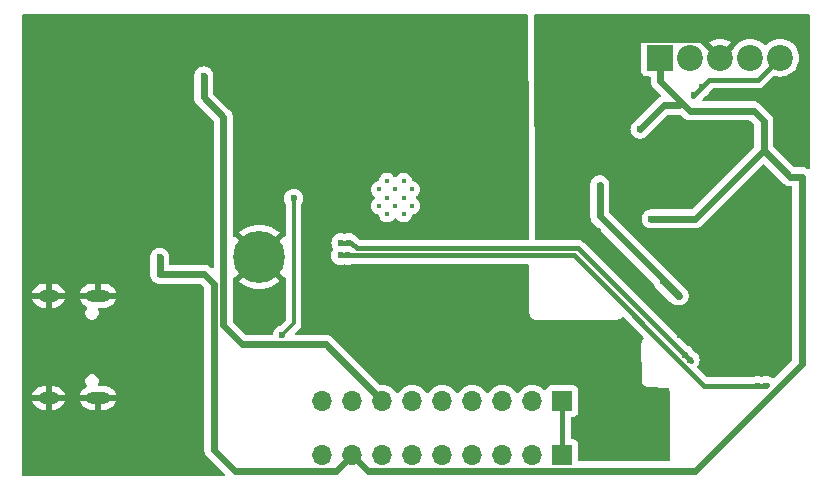
<source format=gbr>
%TF.GenerationSoftware,KiCad,Pcbnew,8.0.5*%
%TF.CreationDate,2024-09-28T10:08:31+02:00*%
%TF.ProjectId,Master,4d617374-6572-42e6-9b69-6361645f7063,rev?*%
%TF.SameCoordinates,Original*%
%TF.FileFunction,Copper,L2,Bot*%
%TF.FilePolarity,Positive*%
%FSLAX46Y46*%
G04 Gerber Fmt 4.6, Leading zero omitted, Abs format (unit mm)*
G04 Created by KiCad (PCBNEW 8.0.5) date 2024-09-28 10:08:31*
%MOMM*%
%LPD*%
G01*
G04 APERTURE LIST*
%TA.AperFunction,ComponentPad*%
%ADD10O,2.100000X1.000000*%
%TD*%
%TA.AperFunction,ComponentPad*%
%ADD11O,1.800000X1.000000*%
%TD*%
%TA.AperFunction,ComponentPad*%
%ADD12C,0.700000*%
%TD*%
%TA.AperFunction,ComponentPad*%
%ADD13C,4.400000*%
%TD*%
%TA.AperFunction,ComponentPad*%
%ADD14R,1.700000X1.700000*%
%TD*%
%TA.AperFunction,ComponentPad*%
%ADD15O,1.700000X1.700000*%
%TD*%
%TA.AperFunction,ComponentPad*%
%ADD16C,0.400000*%
%TD*%
%TA.AperFunction,ComponentPad*%
%ADD17R,2.200000X2.200000*%
%TD*%
%TA.AperFunction,ComponentPad*%
%ADD18C,2.200000*%
%TD*%
%TA.AperFunction,ViaPad*%
%ADD19C,0.600000*%
%TD*%
%TA.AperFunction,Conductor*%
%ADD20C,0.600000*%
%TD*%
%TA.AperFunction,Conductor*%
%ADD21C,0.400000*%
%TD*%
%TA.AperFunction,Conductor*%
%ADD22C,0.300000*%
%TD*%
G04 APERTURE END LIST*
D10*
%TO.P,J1,S1,SHIELD*%
%TO.N,GND*%
X42007000Y-52374000D03*
D11*
X37827000Y-52374000D03*
D10*
X42007000Y-61014000D03*
D11*
X37827000Y-61014000D03*
%TD*%
D12*
%TO.P,H1,1,1*%
%TO.N,GND*%
X57316000Y-49074000D03*
X56832726Y-50240726D03*
X56832726Y-47907274D03*
X55666000Y-50724000D03*
D13*
X55666000Y-49074000D03*
D12*
X55666000Y-47424000D03*
X54499274Y-50240726D03*
X54499274Y-47907274D03*
X54016000Y-49074000D03*
%TD*%
D14*
%TO.P,J5,1,Pin_1*%
%TO.N,I2C_SCK*%
X81320000Y-65838000D03*
D15*
%TO.P,J5,2,Pin_2*%
%TO.N,I2C_SDA*%
X78780000Y-65838000D03*
%TO.P,J5,3,Pin_3*%
%TO.N,SPI_MISO*%
X76240000Y-65838000D03*
%TO.P,J5,4,Pin_4*%
%TO.N,SPI_SCK*%
X73700000Y-65838000D03*
%TO.P,J5,5,Pin_5*%
%TO.N,SPI_MOSI*%
X71160000Y-65838000D03*
%TO.P,J5,6,Pin_6*%
%TO.N,ADC1*%
X68620000Y-65838000D03*
%TO.P,J5,7,Pin_7*%
%TO.N,ESP_3V3*%
X66080000Y-65838000D03*
%TO.P,J5,8,Pin_8*%
%TO.N,VCC_5V*%
X63540000Y-65838000D03*
%TO.P,J5,9,Pin_9*%
%TO.N,GND_CONN*%
X61000000Y-65838000D03*
%TD*%
D16*
%TO.P,U1,41_10*%
%TO.N,N/C*%
X66495000Y-42660000D03*
%TO.P,U1,41_11*%
X67895000Y-42660000D03*
%TO.P,U1,41_12*%
X65795000Y-43360000D03*
%TO.P,U1,41_13*%
X67195000Y-43360000D03*
%TO.P,U1,41_14*%
X68595000Y-43360000D03*
%TO.P,U1,41_15*%
X66495000Y-44060000D03*
%TO.P,U1,41_16*%
X67895000Y-44060000D03*
%TO.P,U1,41_17*%
X65795000Y-44760000D03*
%TO.P,U1,41_18*%
X67195000Y-44760000D03*
%TO.P,U1,41_19*%
X68595000Y-44760000D03*
%TO.P,U1,41_20*%
X66495000Y-45460000D03*
%TO.P,U1,41_21*%
X67895000Y-45460000D03*
%TD*%
D14*
%TO.P,J6,1,Pin_1*%
%TO.N,I2C_SCK*%
X81320000Y-61266000D03*
D15*
%TO.P,J6,2,Pin_2*%
%TO.N,I2C_SDA*%
X78780000Y-61266000D03*
%TO.P,J6,3,Pin_3*%
%TO.N,SPI_MISO*%
X76240000Y-61266000D03*
%TO.P,J6,4,Pin_4*%
%TO.N,SPI_SCK*%
X73700000Y-61266000D03*
%TO.P,J6,5,Pin_5*%
%TO.N,SPI_MOSI*%
X71160000Y-61266000D03*
%TO.P,J6,6,Pin_6*%
%TO.N,ADC2*%
X68620000Y-61266000D03*
%TO.P,J6,7,Pin_7*%
%TO.N,ESP_3V3*%
X66080000Y-61266000D03*
%TO.P,J6,8,Pin_8*%
%TO.N,VCC_5V*%
X63540000Y-61266000D03*
%TO.P,J6,9,Pin_9*%
%TO.N,GND_CONN*%
X61000000Y-61266000D03*
%TD*%
D17*
%TO.P,J2,1,Pin_1*%
%TO.N,VCC_5V*%
X89620000Y-32200000D03*
D18*
%TO.P,J2,2,Pin_2*%
%TO.N,ESP_3V3*%
X92160000Y-32200000D03*
%TO.P,J2,3,Pin_3*%
%TO.N,GND_OUT*%
X94700000Y-32200000D03*
%TO.P,J2,4,Pin_4*%
%TO.N,CAN+*%
X97240000Y-32200000D03*
%TO.P,J2,5,Pin_5*%
%TO.N,CAN-*%
X99780000Y-32200000D03*
%TD*%
D19*
%TO.N,VCC_5V*%
X87900000Y-38275000D03*
X47237500Y-50550000D03*
X92496000Y-45850000D03*
X47237500Y-49100000D03*
X88850000Y-45850000D03*
X98375000Y-40050000D03*
X47237500Y-49850000D03*
%TO.N,GND*%
X56936000Y-45772000D03*
X53888000Y-51741000D03*
X49207000Y-41282000D03*
X57190000Y-45137000D03*
X86475000Y-61200000D03*
X41650000Y-32225000D03*
X86500000Y-56375000D03*
X42375000Y-32225000D03*
X53888000Y-52630000D03*
X65925000Y-41550000D03*
X82300000Y-58350000D03*
X46467000Y-54434000D03*
X54523000Y-52122000D03*
X57571000Y-46026000D03*
X50472500Y-54062500D03*
X48275000Y-43150000D03*
X66625000Y-41575000D03*
X65150000Y-41550000D03*
X40850000Y-39875000D03*
X39050000Y-38300000D03*
X48275000Y-44025000D03*
X64750000Y-31700000D03*
X39900000Y-38300000D03*
X72075000Y-31925000D03*
%TO.N,ESP_3V3*%
X91226000Y-52376000D03*
X50950000Y-34850000D03*
X50975000Y-33750000D03*
X84495000Y-44121000D03*
X90591000Y-51741000D03*
X84495000Y-43105000D03*
X84481000Y-44883000D03*
X89829000Y-51106000D03*
%TO.N,RX_CAN*%
X97875000Y-59975000D03*
X62550000Y-48950000D03*
X98575000Y-59975000D03*
X63200000Y-48950000D03*
%TO.N,TX_CAN*%
X62575000Y-47875000D03*
X92150000Y-57825000D03*
X91700000Y-57375000D03*
X63225000Y-47875000D03*
%TO.N,GND_OUT*%
X91250000Y-55700000D03*
X81701000Y-45010000D03*
X91480000Y-48312000D03*
X88178000Y-35231000D03*
X87474416Y-35599439D03*
X88075000Y-44775000D03*
X101767000Y-40311000D03*
X82082000Y-45772000D03*
X87543000Y-34723000D03*
X101894000Y-38533000D03*
X96179000Y-35358000D03*
X84368000Y-46915000D03*
X97068000Y-35358000D03*
X92369000Y-48439000D03*
%TO.N,MOSFET_CONN*%
X58587000Y-44125000D03*
X57612500Y-55687500D03*
%TO.N,CAN-*%
X93131000Y-34723000D03*
X92496000Y-35358000D03*
%TD*%
D20*
%TO.N,VCC_5V*%
X91200000Y-36250000D02*
X89925000Y-36250000D01*
X51815548Y-65389866D02*
X53613682Y-67188000D01*
X51815548Y-51365548D02*
X51815548Y-65389866D01*
X97541764Y-36716764D02*
X98375000Y-37550000D01*
X64890000Y-67188000D02*
X92518371Y-67188000D01*
X100600000Y-42275000D02*
X98375000Y-40050000D01*
X63540000Y-65838000D02*
X64890000Y-67188000D01*
X89620000Y-32200000D02*
X89620000Y-34195000D01*
X93650000Y-36716764D02*
X97541764Y-36716764D01*
X92496000Y-45850000D02*
X88850000Y-45850000D01*
X98375000Y-40050000D02*
X92575000Y-45850000D01*
X47237500Y-49100000D02*
X47237500Y-50550000D01*
X91437500Y-36012500D02*
X91200000Y-36250000D01*
X63341000Y-61266000D02*
X63540000Y-61266000D01*
X92518371Y-67188000D02*
X101600000Y-58106371D01*
X62190000Y-67188000D02*
X63540000Y-65838000D01*
X92575000Y-45850000D02*
X92496000Y-45850000D01*
X53613682Y-67188000D02*
X62190000Y-67188000D01*
X89620000Y-34195000D02*
X91437500Y-36012500D01*
X101600000Y-42275000D02*
X100600000Y-42275000D01*
X89925000Y-36250000D02*
X87900000Y-38275000D01*
X101600000Y-58106371D02*
X101600000Y-42275000D01*
X91437500Y-36012500D02*
X92125000Y-36700000D01*
X92166413Y-36716764D02*
X93650000Y-36716764D01*
X47237500Y-50550000D02*
X51000000Y-50550000D01*
X51000000Y-50550000D02*
X51815548Y-51365548D01*
X98375000Y-37550000D02*
X98375000Y-40050000D01*
%TO.N,ESP_3V3*%
X54237500Y-56487500D02*
X61301500Y-56487500D01*
X52618000Y-37243000D02*
X52618000Y-54868000D01*
X50950000Y-34850000D02*
X50975000Y-34825000D01*
X50950000Y-34850000D02*
X50950000Y-35575000D01*
X50975000Y-33750000D02*
X50975000Y-34625000D01*
X90591000Y-51741000D02*
X84495000Y-45645000D01*
X84495000Y-44121000D02*
X84495000Y-43105000D01*
X50950000Y-35575000D02*
X52618000Y-37243000D01*
X84495000Y-43105000D02*
X84495000Y-42978000D01*
X61301500Y-56487500D02*
X66080000Y-61266000D01*
X50975000Y-34825000D02*
X50975000Y-33750000D01*
X89829000Y-51106000D02*
X91099000Y-52376000D01*
X91099000Y-52376000D02*
X91226000Y-52376000D01*
X91226000Y-52376000D02*
X90591000Y-51741000D01*
X84495000Y-45645000D02*
X84495000Y-44121000D01*
X52618000Y-54868000D02*
X54237500Y-56487500D01*
D21*
%TO.N,I2C_SCK*%
X81320000Y-61266000D02*
X81320000Y-65838000D01*
%TO.N,RX_CAN*%
X93300000Y-59975000D02*
X98600000Y-59975000D01*
X63200000Y-48950000D02*
X62550000Y-48950000D01*
X98600000Y-59975000D02*
X98650000Y-59925000D01*
X82275000Y-48950000D02*
X93300000Y-59975000D01*
X62550000Y-48950000D02*
X62500000Y-48950000D01*
X63475000Y-48950000D02*
X82275000Y-48950000D01*
X63475000Y-48950000D02*
X63200000Y-48950000D01*
%TO.N,TX_CAN*%
X82664950Y-48350000D02*
X63900000Y-48350000D01*
X62575000Y-47875000D02*
X62550000Y-47875000D01*
X63425000Y-47875000D02*
X63225000Y-47875000D01*
X63900000Y-48350000D02*
X63425000Y-47875000D01*
X92207475Y-57892525D02*
X82664950Y-48350000D01*
X63225000Y-47875000D02*
X62575000Y-47875000D01*
D20*
%TO.N,GND_OUT*%
X86400000Y-44756000D02*
X88056000Y-44756000D01*
X93100000Y-30600000D02*
X87850000Y-30600000D01*
X94700000Y-32200000D02*
X93100000Y-30600000D01*
X88056000Y-44756000D02*
X88075000Y-44775000D01*
X86225000Y-32225000D02*
X86225000Y-44581000D01*
X86225000Y-44581000D02*
X86400000Y-44756000D01*
X87850000Y-30600000D02*
X86225000Y-32225000D01*
D22*
%TO.N,MOSFET_CONN*%
X58587000Y-54713000D02*
X57612500Y-55687500D01*
X58587000Y-44125000D02*
X58587000Y-54713000D01*
X58587000Y-44125000D02*
X58562000Y-44100000D01*
D21*
%TO.N,CAN-*%
X92496000Y-35358000D02*
X92369000Y-35485000D01*
X99780000Y-32200000D02*
X97892000Y-34088000D01*
X93766000Y-34088000D02*
X93131000Y-34723000D01*
X97892000Y-34088000D02*
X93766000Y-34088000D01*
X93131000Y-34723000D02*
X92496000Y-35358000D01*
%TD*%
%TA.AperFunction,Conductor*%
%TO.N,GND_OUT*%
G36*
X102217539Y-28520185D02*
G01*
X102263294Y-28572989D01*
X102274500Y-28624500D01*
X102274500Y-41530945D01*
X102254815Y-41597984D01*
X102202011Y-41643739D01*
X102132853Y-41653683D01*
X102081609Y-41634047D01*
X101979185Y-41565609D01*
X101979172Y-41565602D01*
X101833501Y-41505264D01*
X101833489Y-41505261D01*
X101678845Y-41474500D01*
X101678842Y-41474500D01*
X100982940Y-41474500D01*
X100915901Y-41454815D01*
X100895259Y-41438181D01*
X99211819Y-39754741D01*
X99178334Y-39693418D01*
X99175500Y-39667060D01*
X99175500Y-37471157D01*
X99173262Y-37459908D01*
X99166549Y-37426158D01*
X99144738Y-37316503D01*
X99084394Y-37170821D01*
X99084392Y-37170818D01*
X99084390Y-37170814D01*
X98996789Y-37039711D01*
X98996786Y-37039707D01*
X98052056Y-36094977D01*
X98052052Y-36094974D01*
X97920949Y-36007373D01*
X97920936Y-36007366D01*
X97775265Y-35947028D01*
X97775253Y-35947025D01*
X97620609Y-35916264D01*
X97620606Y-35916264D01*
X93728842Y-35916264D01*
X93314989Y-35916264D01*
X93247950Y-35896579D01*
X93202195Y-35843775D01*
X93192251Y-35774617D01*
X93209996Y-35726291D01*
X93221788Y-35707524D01*
X93221789Y-35707521D01*
X93249540Y-35628212D01*
X93258007Y-35604013D01*
X93287365Y-35557290D01*
X93330290Y-35514365D01*
X93377013Y-35485007D01*
X93480522Y-35448789D01*
X93633262Y-35352816D01*
X93760816Y-35225262D01*
X93856789Y-35072522D01*
X93893006Y-34969016D01*
X93922368Y-34922288D01*
X94019840Y-34824818D01*
X94081163Y-34791334D01*
X94107520Y-34788500D01*
X97960996Y-34788500D01*
X98052040Y-34770389D01*
X98096328Y-34761580D01*
X98160069Y-34735177D01*
X98223807Y-34708777D01*
X98223808Y-34708776D01*
X98223811Y-34708775D01*
X98338543Y-34632114D01*
X99202445Y-33768210D01*
X99263766Y-33734727D01*
X99319069Y-33735318D01*
X99528852Y-33785683D01*
X99780000Y-33805449D01*
X100031148Y-33785683D01*
X100276111Y-33726873D01*
X100508859Y-33630466D01*
X100723659Y-33498836D01*
X100915224Y-33335224D01*
X101078836Y-33143659D01*
X101210466Y-32928859D01*
X101306873Y-32696111D01*
X101365683Y-32451148D01*
X101385449Y-32200000D01*
X101365683Y-31948852D01*
X101306873Y-31703889D01*
X101210466Y-31471141D01*
X101210466Y-31471140D01*
X101078839Y-31256346D01*
X101078838Y-31256343D01*
X100988755Y-31150870D01*
X100915224Y-31064776D01*
X100751206Y-30924691D01*
X100723656Y-30901161D01*
X100723653Y-30901160D01*
X100508859Y-30769533D01*
X100276110Y-30673126D01*
X100031151Y-30614317D01*
X99780000Y-30594551D01*
X99528848Y-30614317D01*
X99283889Y-30673126D01*
X99051140Y-30769533D01*
X98836346Y-30901160D01*
X98836343Y-30901161D01*
X98644776Y-31064776D01*
X98604290Y-31112179D01*
X98545783Y-31150372D01*
X98475915Y-31150870D01*
X98416869Y-31113516D01*
X98415710Y-31112179D01*
X98375224Y-31064776D01*
X98211206Y-30924691D01*
X98183656Y-30901161D01*
X98183653Y-30901160D01*
X97968859Y-30769533D01*
X97736110Y-30673126D01*
X97491151Y-30614317D01*
X97240000Y-30594551D01*
X96988848Y-30614317D01*
X96743889Y-30673126D01*
X96511140Y-30769533D01*
X96296346Y-30901160D01*
X96296343Y-30901161D01*
X96104776Y-31064776D01*
X95941166Y-31256338D01*
X95860126Y-31388581D01*
X95842080Y-31411471D01*
X95223787Y-32029763D01*
X95212518Y-31987708D01*
X95140110Y-31862292D01*
X95037708Y-31759890D01*
X94912292Y-31687482D01*
X94870234Y-31676212D01*
X95644179Y-30902266D01*
X95643362Y-30901568D01*
X95428631Y-30769980D01*
X95195956Y-30673603D01*
X94951072Y-30614812D01*
X94700000Y-30595052D01*
X94448927Y-30614812D01*
X94204043Y-30673603D01*
X93971368Y-30769980D01*
X93756637Y-30901567D01*
X93755819Y-30902266D01*
X94529765Y-31676212D01*
X94487708Y-31687482D01*
X94362292Y-31759890D01*
X94259890Y-31862292D01*
X94187482Y-31987708D01*
X94176212Y-32029765D01*
X93557919Y-31411472D01*
X93539876Y-31388586D01*
X93458836Y-31256341D01*
X93295224Y-31064776D01*
X93131206Y-30924691D01*
X93103656Y-30901161D01*
X93103653Y-30901160D01*
X92888859Y-30769533D01*
X92656110Y-30673126D01*
X92411151Y-30614317D01*
X92160000Y-30594551D01*
X91908848Y-30614317D01*
X91663889Y-30673126D01*
X91431140Y-30769533D01*
X91298983Y-30850520D01*
X91231537Y-30868765D01*
X91164935Y-30847649D01*
X91134927Y-30819104D01*
X91077547Y-30742455D01*
X91077544Y-30742452D01*
X90962335Y-30656206D01*
X90962328Y-30656202D01*
X90827482Y-30605908D01*
X90827483Y-30605908D01*
X90767883Y-30599501D01*
X90767881Y-30599500D01*
X90767873Y-30599500D01*
X90767864Y-30599500D01*
X88472129Y-30599500D01*
X88472123Y-30599501D01*
X88412516Y-30605908D01*
X88277671Y-30656202D01*
X88277664Y-30656206D01*
X88162455Y-30742452D01*
X88162452Y-30742455D01*
X88076206Y-30857664D01*
X88076202Y-30857671D01*
X88025908Y-30992517D01*
X88019501Y-31052116D01*
X88019500Y-31052135D01*
X88019500Y-33347870D01*
X88019501Y-33347876D01*
X88025908Y-33407483D01*
X88076202Y-33542328D01*
X88076206Y-33542335D01*
X88162452Y-33657544D01*
X88162455Y-33657547D01*
X88277664Y-33743793D01*
X88277671Y-33743797D01*
X88322618Y-33760561D01*
X88412517Y-33794091D01*
X88472127Y-33800500D01*
X88695500Y-33800499D01*
X88762539Y-33820183D01*
X88808294Y-33872987D01*
X88819500Y-33924499D01*
X88819500Y-34273846D01*
X88850261Y-34428489D01*
X88850264Y-34428501D01*
X88910602Y-34574172D01*
X88910609Y-34574185D01*
X88998210Y-34705288D01*
X88998213Y-34705292D01*
X89618036Y-35325114D01*
X89651521Y-35386437D01*
X89646537Y-35456128D01*
X89604666Y-35512062D01*
X89577809Y-35527356D01*
X89545820Y-35540606D01*
X89545814Y-35540609D01*
X89414712Y-35628209D01*
X89414710Y-35628212D01*
X87270186Y-37772735D01*
X87270180Y-37772742D01*
X87229092Y-37838132D01*
X87227204Y-37841047D01*
X87190604Y-37895824D01*
X87190600Y-37895832D01*
X87190266Y-37896639D01*
X87180713Y-37915127D01*
X87174212Y-37925474D01*
X87174210Y-37925477D01*
X87152982Y-37986140D01*
X87150504Y-37992631D01*
X87130264Y-38041496D01*
X87130263Y-38041502D01*
X87127550Y-38055140D01*
X87122975Y-38071898D01*
X87114634Y-38095735D01*
X87114632Y-38095742D01*
X87108890Y-38146696D01*
X87107288Y-38156994D01*
X87099500Y-38196152D01*
X87099500Y-38223085D01*
X87098720Y-38236969D01*
X87094435Y-38274998D01*
X87094435Y-38275001D01*
X87098720Y-38313029D01*
X87099500Y-38326914D01*
X87099500Y-38353844D01*
X87107288Y-38393003D01*
X87108890Y-38403303D01*
X87114632Y-38454252D01*
X87114633Y-38454260D01*
X87122976Y-38478104D01*
X87127550Y-38494860D01*
X87130262Y-38508496D01*
X87150509Y-38557377D01*
X87152988Y-38563872D01*
X87174212Y-38624524D01*
X87180709Y-38634865D01*
X87190268Y-38653365D01*
X87190603Y-38654173D01*
X87190605Y-38654179D01*
X87227223Y-38708982D01*
X87229114Y-38711900D01*
X87270180Y-38777257D01*
X87270182Y-38777260D01*
X87270184Y-38777262D01*
X87397738Y-38904816D01*
X87463096Y-38945883D01*
X87463131Y-38945905D01*
X87466040Y-38947790D01*
X87520821Y-38984394D01*
X87521606Y-38984719D01*
X87540134Y-38994289D01*
X87550478Y-39000789D01*
X87611175Y-39022028D01*
X87617607Y-39024484D01*
X87646021Y-39036253D01*
X87666497Y-39044735D01*
X87666498Y-39044735D01*
X87666503Y-39044737D01*
X87680139Y-39047449D01*
X87696898Y-39052023D01*
X87720745Y-39060368D01*
X87771714Y-39066110D01*
X87781992Y-39067709D01*
X87809140Y-39073109D01*
X87821157Y-39075500D01*
X87821158Y-39075500D01*
X87848085Y-39075500D01*
X87861969Y-39076280D01*
X87899998Y-39080565D01*
X87900000Y-39080565D01*
X87900002Y-39080565D01*
X87938031Y-39076280D01*
X87951915Y-39075500D01*
X87978841Y-39075500D01*
X87978842Y-39075500D01*
X88018017Y-39067707D01*
X88028283Y-39066110D01*
X88079255Y-39060368D01*
X88103100Y-39052023D01*
X88119862Y-39047448D01*
X88133497Y-39044737D01*
X88182389Y-39024484D01*
X88188837Y-39022023D01*
X88249522Y-39000789D01*
X88259868Y-38994287D01*
X88278390Y-38984720D01*
X88279179Y-38984394D01*
X88333987Y-38947771D01*
X88336825Y-38945931D01*
X88402262Y-38904816D01*
X88529816Y-38777262D01*
X90220259Y-37086819D01*
X90281582Y-37053334D01*
X90307940Y-37050500D01*
X91278839Y-37050500D01*
X91278842Y-37050500D01*
X91278844Y-37050499D01*
X91279265Y-37050458D01*
X91279486Y-37050500D01*
X91284934Y-37050500D01*
X91284934Y-37051533D01*
X91347911Y-37063476D01*
X91379102Y-37086180D01*
X91614707Y-37321786D01*
X91614711Y-37321789D01*
X91745814Y-37409390D01*
X91745823Y-37409395D01*
X91893734Y-37470661D01*
X91900642Y-37473132D01*
X91932916Y-37486501D01*
X92087566Y-37517263D01*
X92087569Y-37517264D01*
X92087571Y-37517264D01*
X93571158Y-37517264D01*
X97158824Y-37517264D01*
X97225863Y-37536949D01*
X97246505Y-37553583D01*
X97538181Y-37845259D01*
X97571666Y-37906582D01*
X97574500Y-37932940D01*
X97574500Y-39667060D01*
X97554815Y-39734099D01*
X97538181Y-39754741D01*
X92279741Y-45013181D01*
X92218418Y-45046666D01*
X92192060Y-45049500D01*
X88901915Y-45049500D01*
X88888031Y-45048720D01*
X88850002Y-45044435D01*
X88849998Y-45044435D01*
X88811969Y-45048720D01*
X88798085Y-45049500D01*
X88771152Y-45049500D01*
X88731994Y-45057288D01*
X88721696Y-45058890D01*
X88670742Y-45064632D01*
X88670735Y-45064634D01*
X88646898Y-45072975D01*
X88630140Y-45077550D01*
X88616502Y-45080263D01*
X88616496Y-45080264D01*
X88567631Y-45100504D01*
X88561140Y-45102982D01*
X88500477Y-45124210D01*
X88500474Y-45124212D01*
X88490127Y-45130713D01*
X88471639Y-45140266D01*
X88470832Y-45140600D01*
X88470824Y-45140604D01*
X88416047Y-45177204D01*
X88413132Y-45179092D01*
X88347742Y-45220180D01*
X88347735Y-45220186D01*
X88220186Y-45347735D01*
X88220180Y-45347742D01*
X88179092Y-45413132D01*
X88177204Y-45416047D01*
X88140604Y-45470824D01*
X88140600Y-45470832D01*
X88140266Y-45471639D01*
X88130713Y-45490127D01*
X88124212Y-45500474D01*
X88124210Y-45500477D01*
X88102982Y-45561140D01*
X88100504Y-45567631D01*
X88080264Y-45616496D01*
X88080263Y-45616502D01*
X88077550Y-45630140D01*
X88072975Y-45646898D01*
X88064634Y-45670735D01*
X88064632Y-45670742D01*
X88058890Y-45721696D01*
X88057288Y-45731994D01*
X88049500Y-45771152D01*
X88049500Y-45798085D01*
X88048720Y-45811969D01*
X88044435Y-45849998D01*
X88044435Y-45850001D01*
X88048720Y-45888029D01*
X88049500Y-45901914D01*
X88049500Y-45928844D01*
X88057288Y-45968003D01*
X88058890Y-45978303D01*
X88064632Y-46029252D01*
X88064633Y-46029260D01*
X88072976Y-46053104D01*
X88077550Y-46069860D01*
X88080262Y-46083496D01*
X88100509Y-46132377D01*
X88102988Y-46138872D01*
X88124212Y-46199524D01*
X88130709Y-46209865D01*
X88140268Y-46228365D01*
X88140603Y-46229173D01*
X88140605Y-46229179D01*
X88177223Y-46283982D01*
X88179114Y-46286900D01*
X88220180Y-46352257D01*
X88220182Y-46352260D01*
X88220184Y-46352262D01*
X88347738Y-46479816D01*
X88413131Y-46520905D01*
X88416040Y-46522790D01*
X88470821Y-46559394D01*
X88471606Y-46559719D01*
X88490134Y-46569289D01*
X88500478Y-46575789D01*
X88561175Y-46597028D01*
X88567607Y-46599484D01*
X88596021Y-46611253D01*
X88616497Y-46619735D01*
X88616498Y-46619735D01*
X88616503Y-46619737D01*
X88630139Y-46622449D01*
X88646898Y-46627023D01*
X88670745Y-46635368D01*
X88721714Y-46641110D01*
X88731992Y-46642709D01*
X88759140Y-46648109D01*
X88771157Y-46650500D01*
X88771158Y-46650500D01*
X88798085Y-46650500D01*
X88811969Y-46651280D01*
X88849998Y-46655565D01*
X88850000Y-46655565D01*
X88850002Y-46655565D01*
X88888031Y-46651280D01*
X88901915Y-46650500D01*
X92417158Y-46650500D01*
X92444085Y-46650500D01*
X92457969Y-46651280D01*
X92495998Y-46655565D01*
X92496000Y-46655565D01*
X92496002Y-46655565D01*
X92534031Y-46651280D01*
X92547915Y-46650500D01*
X92653844Y-46650500D01*
X92653845Y-46650499D01*
X92808497Y-46619737D01*
X92954179Y-46559394D01*
X93085289Y-46471789D01*
X98287319Y-41269759D01*
X98348642Y-41236274D01*
X98418334Y-41241258D01*
X98462681Y-41269759D01*
X99978211Y-42785289D01*
X100089711Y-42896789D01*
X100089712Y-42896790D01*
X100220814Y-42984390D01*
X100220827Y-42984397D01*
X100366498Y-43044735D01*
X100366503Y-43044737D01*
X100366507Y-43044737D01*
X100366508Y-43044738D01*
X100521154Y-43075500D01*
X100521157Y-43075500D01*
X100521158Y-43075500D01*
X100675500Y-43075500D01*
X100742539Y-43095185D01*
X100788294Y-43147989D01*
X100799500Y-43199500D01*
X100799500Y-57723430D01*
X100779815Y-57790469D01*
X100763181Y-57811111D01*
X99240096Y-59334195D01*
X99178773Y-59367680D01*
X99109081Y-59362696D01*
X99083559Y-59348250D01*
X99083158Y-59348889D01*
X98924523Y-59249211D01*
X98754254Y-59189631D01*
X98754249Y-59189630D01*
X98575004Y-59169435D01*
X98574996Y-59169435D01*
X98395750Y-59189630D01*
X98395742Y-59189632D01*
X98265954Y-59235047D01*
X98196175Y-59238608D01*
X98184046Y-59235047D01*
X98054257Y-59189632D01*
X98054249Y-59189630D01*
X97875004Y-59169435D01*
X97874996Y-59169435D01*
X97695750Y-59189630D01*
X97695745Y-59189631D01*
X97525474Y-59249212D01*
X97515477Y-59255494D01*
X97449506Y-59274500D01*
X93641519Y-59274500D01*
X93574480Y-59254815D01*
X93553838Y-59238181D01*
X92796914Y-58481257D01*
X92763429Y-58419934D01*
X92768413Y-58350242D01*
X92779601Y-58327604D01*
X92875788Y-58174523D01*
X92875789Y-58174522D01*
X92935368Y-58004255D01*
X92955565Y-57825000D01*
X92954000Y-57811111D01*
X92935369Y-57645750D01*
X92935368Y-57645745D01*
X92875788Y-57475476D01*
X92779815Y-57322737D01*
X92652262Y-57195184D01*
X92499524Y-57099212D01*
X92493254Y-57096193D01*
X92494012Y-57094618D01*
X92444491Y-57059101D01*
X92429402Y-57031465D01*
X92428810Y-57031751D01*
X92425789Y-57025477D01*
X92365484Y-56929504D01*
X92329816Y-56872738D01*
X92202262Y-56745184D01*
X92049522Y-56649211D01*
X92049520Y-56649210D01*
X91930555Y-56607582D01*
X91883829Y-56578222D01*
X83111496Y-47805888D01*
X83111495Y-47805887D01*
X82996757Y-47729222D01*
X82869282Y-47676421D01*
X82869272Y-47676418D01*
X82733946Y-47649500D01*
X82733944Y-47649500D01*
X82733943Y-47649500D01*
X79133706Y-47649500D01*
X79066667Y-47629815D01*
X79020912Y-47577011D01*
X79009707Y-47525973D01*
X79006373Y-46651280D01*
X78999634Y-44882997D01*
X83675435Y-44882997D01*
X83675435Y-44883002D01*
X83693720Y-45045284D01*
X83694500Y-45059168D01*
X83694500Y-45723846D01*
X83725261Y-45878489D01*
X83725264Y-45878501D01*
X83785602Y-46024172D01*
X83785609Y-46024185D01*
X83873210Y-46155288D01*
X83873213Y-46155292D01*
X89043124Y-51325202D01*
X89070003Y-51365428D01*
X89079510Y-51388381D01*
X89081985Y-51394863D01*
X89103212Y-51455524D01*
X89109709Y-51465865D01*
X89119268Y-51484365D01*
X89119603Y-51485173D01*
X89119605Y-51485179D01*
X89156223Y-51539982D01*
X89158114Y-51542900D01*
X89199180Y-51608257D01*
X89199182Y-51608260D01*
X89199184Y-51608262D01*
X89207211Y-51616289D01*
X90477211Y-52886289D01*
X90588711Y-52997789D01*
X90588712Y-52997790D01*
X90719814Y-53085390D01*
X90719827Y-53085397D01*
X90865496Y-53145734D01*
X90865503Y-53145737D01*
X90865507Y-53145737D01*
X90865508Y-53145738D01*
X91020154Y-53176500D01*
X91020157Y-53176500D01*
X91020158Y-53176500D01*
X91147158Y-53176500D01*
X91174085Y-53176500D01*
X91187969Y-53177280D01*
X91225998Y-53181565D01*
X91226000Y-53181565D01*
X91226002Y-53181565D01*
X91264031Y-53177280D01*
X91277915Y-53176500D01*
X91304845Y-53176500D01*
X91317003Y-53174080D01*
X91344009Y-53168708D01*
X91354285Y-53167110D01*
X91405255Y-53161368D01*
X91429100Y-53153023D01*
X91445848Y-53148452D01*
X91459498Y-53145738D01*
X91508387Y-53125487D01*
X91514872Y-53123010D01*
X91575522Y-53101789D01*
X91585852Y-53095297D01*
X91604389Y-53085721D01*
X91605179Y-53085394D01*
X91659997Y-53048764D01*
X91662859Y-53046910D01*
X91728260Y-53005817D01*
X91728262Y-53005816D01*
X91728266Y-53005812D01*
X91736288Y-52997789D01*
X91736290Y-52997789D01*
X91847789Y-52886290D01*
X91847789Y-52886289D01*
X91854857Y-52879222D01*
X91854861Y-52879216D01*
X91855816Y-52878262D01*
X91896919Y-52812843D01*
X91898764Y-52809997D01*
X91935394Y-52755179D01*
X91935721Y-52754387D01*
X91945298Y-52735851D01*
X91951788Y-52725523D01*
X91951789Y-52725522D01*
X91973010Y-52664872D01*
X91975487Y-52658387D01*
X91995734Y-52609507D01*
X91995738Y-52609498D01*
X91998452Y-52595848D01*
X92003023Y-52579100D01*
X92011368Y-52555255D01*
X92017110Y-52504285D01*
X92018708Y-52494009D01*
X92026500Y-52454843D01*
X92026500Y-52427914D01*
X92027280Y-52414029D01*
X92031565Y-52376001D01*
X92031565Y-52375998D01*
X92027280Y-52337969D01*
X92026500Y-52324085D01*
X92026500Y-52297154D01*
X92018712Y-52258010D01*
X92017109Y-52247711D01*
X92011368Y-52196745D01*
X92003026Y-52172907D01*
X91998451Y-52156142D01*
X91995740Y-52142512D01*
X91995739Y-52142510D01*
X91995738Y-52142503D01*
X91975486Y-52093611D01*
X91973006Y-52087114D01*
X91951789Y-52026479D01*
X91951789Y-52026478D01*
X91945289Y-52016134D01*
X91935719Y-51997606D01*
X91935394Y-51996821D01*
X91898790Y-51942040D01*
X91896905Y-51939131D01*
X91855815Y-51873737D01*
X85331819Y-45349741D01*
X85298334Y-45288418D01*
X85295500Y-45262060D01*
X85295500Y-44172914D01*
X85296280Y-44159029D01*
X85300565Y-44121001D01*
X85300565Y-44120998D01*
X85296280Y-44082969D01*
X85295500Y-44069085D01*
X85295500Y-43156914D01*
X85296280Y-43143029D01*
X85300565Y-43105001D01*
X85300565Y-43104998D01*
X85296280Y-43066969D01*
X85295500Y-43053085D01*
X85295500Y-42899155D01*
X85295499Y-42899153D01*
X85264738Y-42744510D01*
X85264737Y-42744503D01*
X85264735Y-42744498D01*
X85204397Y-42598827D01*
X85204390Y-42598814D01*
X85116789Y-42467711D01*
X85116786Y-42467707D01*
X85005292Y-42356213D01*
X85005288Y-42356210D01*
X84874185Y-42268609D01*
X84874172Y-42268602D01*
X84728501Y-42208264D01*
X84728489Y-42208261D01*
X84573845Y-42177500D01*
X84573842Y-42177500D01*
X84416158Y-42177500D01*
X84416155Y-42177500D01*
X84261510Y-42208261D01*
X84261498Y-42208264D01*
X84115827Y-42268602D01*
X84115814Y-42268609D01*
X83984711Y-42356210D01*
X83984707Y-42356213D01*
X83873213Y-42467707D01*
X83873210Y-42467711D01*
X83785609Y-42598814D01*
X83785602Y-42598827D01*
X83725264Y-42744498D01*
X83725261Y-42744510D01*
X83694500Y-42899153D01*
X83694500Y-43053085D01*
X83693720Y-43066969D01*
X83689435Y-43104998D01*
X83689435Y-43105001D01*
X83693720Y-43143029D01*
X83694500Y-43156914D01*
X83694500Y-44069085D01*
X83693720Y-44082969D01*
X83689435Y-44120998D01*
X83689435Y-44121001D01*
X83693720Y-44159029D01*
X83694500Y-44172914D01*
X83694500Y-44706830D01*
X83693720Y-44720714D01*
X83675435Y-44882997D01*
X78999634Y-44882997D01*
X78947151Y-31112179D01*
X78937672Y-28624973D01*
X78957101Y-28557859D01*
X79009730Y-28511903D01*
X79061671Y-28500500D01*
X102150500Y-28500500D01*
X102217539Y-28520185D01*
G37*
%TD.AperFunction*%
%TD*%
%TA.AperFunction,Conductor*%
%TO.N,GND*%
G36*
X78375205Y-28520185D02*
G01*
X78420960Y-28572989D01*
X78432165Y-28624027D01*
X78441654Y-31113842D01*
X78441654Y-31113869D01*
X78464634Y-37143338D01*
X78494131Y-44882997D01*
X78494138Y-44884924D01*
X78494912Y-45087930D01*
X78500876Y-46652943D01*
X78500876Y-46652970D01*
X78504200Y-47525027D01*
X78484771Y-47592141D01*
X78432142Y-47638097D01*
X78380201Y-47649500D01*
X64241518Y-47649500D01*
X64174479Y-47629815D01*
X64153841Y-47613185D01*
X63871543Y-47330886D01*
X63756811Y-47254225D01*
X63721987Y-47239800D01*
X63703470Y-47230234D01*
X63574523Y-47149211D01*
X63404254Y-47089631D01*
X63404249Y-47089630D01*
X63225004Y-47069435D01*
X63224996Y-47069435D01*
X63045747Y-47089631D01*
X62940954Y-47126299D01*
X62871175Y-47129860D01*
X62859046Y-47126299D01*
X62754252Y-47089631D01*
X62575004Y-47069435D01*
X62574996Y-47069435D01*
X62395750Y-47089630D01*
X62395745Y-47089631D01*
X62225476Y-47149211D01*
X62072737Y-47245184D01*
X61945184Y-47372737D01*
X61849211Y-47525476D01*
X61789631Y-47695745D01*
X61789630Y-47695750D01*
X61769435Y-47874996D01*
X61769435Y-47875003D01*
X61789630Y-48054249D01*
X61789631Y-48054254D01*
X61849211Y-48224523D01*
X61913372Y-48326634D01*
X61932372Y-48393871D01*
X61913372Y-48458578D01*
X61824211Y-48600476D01*
X61764631Y-48770745D01*
X61764630Y-48770750D01*
X61744435Y-48949996D01*
X61744435Y-48950003D01*
X61764630Y-49129249D01*
X61764631Y-49129254D01*
X61824211Y-49299523D01*
X61904658Y-49427553D01*
X61920184Y-49452262D01*
X62047738Y-49579816D01*
X62120444Y-49625500D01*
X62200474Y-49675787D01*
X62200478Y-49675789D01*
X62370745Y-49735368D01*
X62370750Y-49735369D01*
X62549996Y-49755565D01*
X62550000Y-49755565D01*
X62550004Y-49755565D01*
X62729249Y-49735369D01*
X62729250Y-49735368D01*
X62729255Y-49735368D01*
X62834048Y-49698698D01*
X62903823Y-49695136D01*
X62915932Y-49698692D01*
X63020745Y-49735368D01*
X63020749Y-49735368D01*
X63020751Y-49735369D01*
X63020748Y-49735369D01*
X63199996Y-49755565D01*
X63200000Y-49755565D01*
X63200004Y-49755565D01*
X63379249Y-49735369D01*
X63379252Y-49735368D01*
X63379255Y-49735368D01*
X63549522Y-49675789D01*
X63550488Y-49675181D01*
X63559523Y-49669506D01*
X63625494Y-49650500D01*
X78388772Y-49650500D01*
X78455811Y-49670185D01*
X78501566Y-49722989D01*
X78512771Y-49774027D01*
X78528031Y-53778079D01*
X78528031Y-53778082D01*
X78536361Y-53853066D01*
X78539931Y-53885206D01*
X78551273Y-53936540D01*
X78551274Y-53936543D01*
X78585609Y-54038695D01*
X78663716Y-54159526D01*
X78709608Y-54212205D01*
X78709612Y-54212209D01*
X78709614Y-54212211D01*
X78818596Y-54306139D01*
X78949632Y-54365563D01*
X79016723Y-54385070D01*
X79016728Y-54385071D01*
X79159197Y-54405169D01*
X85918376Y-54387222D01*
X85923805Y-54387114D01*
X85935733Y-54386877D01*
X85935741Y-54386876D01*
X85935776Y-54386876D01*
X85944293Y-54386560D01*
X85961614Y-54385620D01*
X86102206Y-54355036D01*
X86167670Y-54330619D01*
X86293945Y-54261668D01*
X86357300Y-54198313D01*
X86418623Y-54164831D01*
X86488314Y-54169817D01*
X86532660Y-54198317D01*
X88180889Y-55846546D01*
X88214374Y-55907869D01*
X88209390Y-55977561D01*
X88181236Y-56019098D01*
X88182471Y-56020287D01*
X88179400Y-56023476D01*
X88087258Y-56133983D01*
X88029985Y-56265965D01*
X88011980Y-56331882D01*
X88011626Y-56333115D01*
X88011572Y-56333373D01*
X87993803Y-56476154D01*
X88051314Y-59504757D01*
X88051315Y-59504761D01*
X88062993Y-59603601D01*
X88073420Y-59651073D01*
X88104242Y-59745717D01*
X88180209Y-59867903D01*
X88180212Y-59867907D01*
X88220743Y-59916121D01*
X88221658Y-59917342D01*
X88225173Y-59921390D01*
X88225175Y-59921393D01*
X88332492Y-60017229D01*
X88462463Y-60078948D01*
X88529200Y-60099632D01*
X88529203Y-60099632D01*
X88529207Y-60099634D01*
X88659007Y-60120281D01*
X88671291Y-60122235D01*
X90276641Y-60146236D01*
X90343377Y-60166920D01*
X90388338Y-60220402D01*
X90398783Y-60269362D01*
X90401225Y-60621335D01*
X90403395Y-60934052D01*
X90436936Y-65769038D01*
X90440361Y-66262640D01*
X90421142Y-66329814D01*
X90368657Y-66375934D01*
X90316364Y-66387500D01*
X82794500Y-66387500D01*
X82727461Y-66367815D01*
X82681706Y-66315011D01*
X82670500Y-66263500D01*
X82670499Y-64940129D01*
X82670498Y-64940123D01*
X82664091Y-64880516D01*
X82613797Y-64745671D01*
X82613793Y-64745664D01*
X82527547Y-64630455D01*
X82527544Y-64630452D01*
X82412335Y-64544206D01*
X82412328Y-64544202D01*
X82277482Y-64493908D01*
X82277483Y-64493908D01*
X82217883Y-64487501D01*
X82217881Y-64487500D01*
X82217873Y-64487500D01*
X82217865Y-64487500D01*
X82144500Y-64487500D01*
X82077461Y-64467815D01*
X82031706Y-64415011D01*
X82020500Y-64363500D01*
X82020500Y-62740499D01*
X82040185Y-62673460D01*
X82092989Y-62627705D01*
X82144500Y-62616499D01*
X82217871Y-62616499D01*
X82217872Y-62616499D01*
X82277483Y-62610091D01*
X82412331Y-62559796D01*
X82527546Y-62473546D01*
X82613796Y-62358331D01*
X82664091Y-62223483D01*
X82670500Y-62163873D01*
X82670499Y-60368128D01*
X82664091Y-60308517D01*
X82662810Y-60305083D01*
X82613797Y-60173671D01*
X82613793Y-60173664D01*
X82527547Y-60058455D01*
X82527544Y-60058452D01*
X82412335Y-59972206D01*
X82412328Y-59972202D01*
X82277482Y-59921908D01*
X82277483Y-59921908D01*
X82217883Y-59915501D01*
X82217881Y-59915500D01*
X82217873Y-59915500D01*
X82217864Y-59915500D01*
X80422129Y-59915500D01*
X80422123Y-59915501D01*
X80362516Y-59921908D01*
X80227671Y-59972202D01*
X80227664Y-59972206D01*
X80112455Y-60058452D01*
X80112452Y-60058455D01*
X80026206Y-60173664D01*
X80026203Y-60173669D01*
X79977189Y-60305083D01*
X79935317Y-60361016D01*
X79869853Y-60385433D01*
X79801580Y-60370581D01*
X79773326Y-60349430D01*
X79651402Y-60227506D01*
X79651395Y-60227501D01*
X79457834Y-60091967D01*
X79457830Y-60091965D01*
X79405210Y-60067428D01*
X79243663Y-59992097D01*
X79243659Y-59992096D01*
X79243655Y-59992094D01*
X79015413Y-59930938D01*
X79015403Y-59930936D01*
X78780001Y-59910341D01*
X78779999Y-59910341D01*
X78544596Y-59930936D01*
X78544586Y-59930938D01*
X78316344Y-59992094D01*
X78316335Y-59992098D01*
X78102171Y-60091964D01*
X78102169Y-60091965D01*
X77908597Y-60227505D01*
X77741505Y-60394597D01*
X77611575Y-60580158D01*
X77556998Y-60623783D01*
X77487500Y-60630977D01*
X77425145Y-60599454D01*
X77408425Y-60580158D01*
X77278494Y-60394597D01*
X77111402Y-60227506D01*
X77111395Y-60227501D01*
X76917834Y-60091967D01*
X76917830Y-60091965D01*
X76865210Y-60067428D01*
X76703663Y-59992097D01*
X76703659Y-59992096D01*
X76703655Y-59992094D01*
X76475413Y-59930938D01*
X76475403Y-59930936D01*
X76240001Y-59910341D01*
X76239999Y-59910341D01*
X76004596Y-59930936D01*
X76004586Y-59930938D01*
X75776344Y-59992094D01*
X75776335Y-59992098D01*
X75562171Y-60091964D01*
X75562169Y-60091965D01*
X75368597Y-60227505D01*
X75201505Y-60394597D01*
X75071575Y-60580158D01*
X75016998Y-60623783D01*
X74947500Y-60630977D01*
X74885145Y-60599454D01*
X74868425Y-60580158D01*
X74738494Y-60394597D01*
X74571402Y-60227506D01*
X74571395Y-60227501D01*
X74377834Y-60091967D01*
X74377830Y-60091965D01*
X74325210Y-60067428D01*
X74163663Y-59992097D01*
X74163659Y-59992096D01*
X74163655Y-59992094D01*
X73935413Y-59930938D01*
X73935403Y-59930936D01*
X73700001Y-59910341D01*
X73699999Y-59910341D01*
X73464596Y-59930936D01*
X73464586Y-59930938D01*
X73236344Y-59992094D01*
X73236335Y-59992098D01*
X73022171Y-60091964D01*
X73022169Y-60091965D01*
X72828597Y-60227505D01*
X72661505Y-60394597D01*
X72531575Y-60580158D01*
X72476998Y-60623783D01*
X72407500Y-60630977D01*
X72345145Y-60599454D01*
X72328425Y-60580158D01*
X72198494Y-60394597D01*
X72031402Y-60227506D01*
X72031395Y-60227501D01*
X71837834Y-60091967D01*
X71837830Y-60091965D01*
X71785210Y-60067428D01*
X71623663Y-59992097D01*
X71623659Y-59992096D01*
X71623655Y-59992094D01*
X71395413Y-59930938D01*
X71395403Y-59930936D01*
X71160001Y-59910341D01*
X71159999Y-59910341D01*
X70924596Y-59930936D01*
X70924586Y-59930938D01*
X70696344Y-59992094D01*
X70696335Y-59992098D01*
X70482171Y-60091964D01*
X70482169Y-60091965D01*
X70288597Y-60227505D01*
X70121505Y-60394597D01*
X69991575Y-60580158D01*
X69936998Y-60623783D01*
X69867500Y-60630977D01*
X69805145Y-60599454D01*
X69788425Y-60580158D01*
X69658494Y-60394597D01*
X69491402Y-60227506D01*
X69491395Y-60227501D01*
X69297834Y-60091967D01*
X69297830Y-60091965D01*
X69245210Y-60067428D01*
X69083663Y-59992097D01*
X69083659Y-59992096D01*
X69083655Y-59992094D01*
X68855413Y-59930938D01*
X68855403Y-59930936D01*
X68620001Y-59910341D01*
X68619999Y-59910341D01*
X68384596Y-59930936D01*
X68384586Y-59930938D01*
X68156344Y-59992094D01*
X68156335Y-59992098D01*
X67942171Y-60091964D01*
X67942169Y-60091965D01*
X67748597Y-60227505D01*
X67581505Y-60394597D01*
X67451575Y-60580158D01*
X67396998Y-60623783D01*
X67327500Y-60630977D01*
X67265145Y-60599454D01*
X67248425Y-60580158D01*
X67118494Y-60394597D01*
X66951402Y-60227506D01*
X66951395Y-60227501D01*
X66757834Y-60091967D01*
X66757830Y-60091965D01*
X66705210Y-60067428D01*
X66543663Y-59992097D01*
X66543659Y-59992096D01*
X66543655Y-59992094D01*
X66315413Y-59930938D01*
X66315403Y-59930936D01*
X66080001Y-59910341D01*
X66079998Y-59910341D01*
X65932007Y-59923288D01*
X65863507Y-59909521D01*
X65833519Y-59887441D01*
X61811792Y-55865713D01*
X61811788Y-55865710D01*
X61680685Y-55778109D01*
X61680672Y-55778102D01*
X61535001Y-55717764D01*
X61534989Y-55717761D01*
X61380345Y-55687000D01*
X61380342Y-55687000D01*
X58832308Y-55687000D01*
X58765269Y-55667315D01*
X58719514Y-55614511D01*
X58709570Y-55545353D01*
X58738595Y-55481797D01*
X58744627Y-55475319D01*
X59092273Y-55127673D01*
X59092277Y-55127669D01*
X59163465Y-55021127D01*
X59212501Y-54902744D01*
X59216640Y-54881935D01*
X59237500Y-54777069D01*
X59237500Y-44630067D01*
X59256507Y-44564094D01*
X59312788Y-44474524D01*
X59312789Y-44474522D01*
X59372368Y-44304255D01*
X59387518Y-44169796D01*
X59392565Y-44125003D01*
X59392565Y-44124996D01*
X59372369Y-43945750D01*
X59372368Y-43945745D01*
X59331142Y-43827929D01*
X59312789Y-43775478D01*
X59216816Y-43622738D01*
X59089262Y-43495184D01*
X58936523Y-43399211D01*
X58824465Y-43360000D01*
X65089355Y-43360000D01*
X65109859Y-43528869D01*
X65109860Y-43528874D01*
X65170182Y-43687931D01*
X65230611Y-43775476D01*
X65266817Y-43827929D01*
X65394148Y-43940734D01*
X65403696Y-43945745D01*
X65412191Y-43950204D01*
X65462403Y-43998789D01*
X65478377Y-44066808D01*
X65455041Y-44132666D01*
X65412191Y-44169796D01*
X65394149Y-44179265D01*
X65266816Y-44292072D01*
X65170182Y-44432068D01*
X65109860Y-44591125D01*
X65109859Y-44591130D01*
X65089355Y-44760000D01*
X65109859Y-44928869D01*
X65109860Y-44928874D01*
X65170182Y-45087931D01*
X65232475Y-45178177D01*
X65266817Y-45227929D01*
X65372505Y-45321560D01*
X65394150Y-45340736D01*
X65544774Y-45419790D01*
X65544773Y-45419790D01*
X65614478Y-45436970D01*
X65708763Y-45460209D01*
X65769143Y-45495364D01*
X65800932Y-45557583D01*
X65802184Y-45565658D01*
X65809859Y-45628868D01*
X65809860Y-45628874D01*
X65870182Y-45787931D01*
X65897049Y-45826854D01*
X65966817Y-45927929D01*
X66072505Y-46021560D01*
X66094150Y-46040736D01*
X66244773Y-46119789D01*
X66244775Y-46119790D01*
X66409944Y-46160500D01*
X66580056Y-46160500D01*
X66745225Y-46119790D01*
X66824692Y-46078081D01*
X66895849Y-46040736D01*
X66895850Y-46040734D01*
X66895852Y-46040734D01*
X67023183Y-45927929D01*
X67092951Y-45826853D01*
X67147233Y-45782864D01*
X67216681Y-45775204D01*
X67279246Y-45806307D01*
X67297047Y-45826851D01*
X67340680Y-45890064D01*
X67366816Y-45927928D01*
X67494150Y-46040736D01*
X67644773Y-46119789D01*
X67644775Y-46119790D01*
X67809944Y-46160500D01*
X67980056Y-46160500D01*
X68145225Y-46119790D01*
X68224692Y-46078081D01*
X68295849Y-46040736D01*
X68295850Y-46040734D01*
X68295852Y-46040734D01*
X68423183Y-45927929D01*
X68519818Y-45787930D01*
X68580140Y-45628872D01*
X68587815Y-45565657D01*
X68615436Y-45501481D01*
X68673370Y-45462424D01*
X68681211Y-45460215D01*
X68845225Y-45419790D01*
X68995849Y-45340736D01*
X68995850Y-45340734D01*
X68995852Y-45340734D01*
X69123183Y-45227929D01*
X69219818Y-45087930D01*
X69280140Y-44928872D01*
X69300645Y-44760000D01*
X69280140Y-44591128D01*
X69269887Y-44564094D01*
X69219817Y-44432068D01*
X69185476Y-44382318D01*
X69123183Y-44292071D01*
X68995852Y-44179266D01*
X68977809Y-44169796D01*
X68927597Y-44121212D01*
X68911622Y-44053194D01*
X68934957Y-43987336D01*
X68977809Y-43950203D01*
X68995852Y-43940734D01*
X69123183Y-43827929D01*
X69219818Y-43687930D01*
X69280140Y-43528872D01*
X69300645Y-43360000D01*
X69280140Y-43191128D01*
X69219818Y-43032070D01*
X69123183Y-42892071D01*
X68995852Y-42779266D01*
X68995849Y-42779263D01*
X68845226Y-42700210D01*
X68745715Y-42675683D01*
X68681235Y-42659790D01*
X68620856Y-42624635D01*
X68589067Y-42562416D01*
X68587816Y-42554349D01*
X68580140Y-42491128D01*
X68519818Y-42332070D01*
X68423183Y-42192071D01*
X68295852Y-42079266D01*
X68295849Y-42079263D01*
X68145226Y-42000210D01*
X67980056Y-41959500D01*
X67809944Y-41959500D01*
X67644773Y-42000210D01*
X67494150Y-42079263D01*
X67366818Y-42192070D01*
X67366817Y-42192071D01*
X67297048Y-42293146D01*
X67242767Y-42337136D01*
X67173318Y-42344795D01*
X67110753Y-42313691D01*
X67092952Y-42293148D01*
X67023183Y-42192071D01*
X66895852Y-42079266D01*
X66895849Y-42079263D01*
X66745226Y-42000210D01*
X66580056Y-41959500D01*
X66409944Y-41959500D01*
X66244773Y-42000210D01*
X66094150Y-42079263D01*
X65966816Y-42192072D01*
X65870182Y-42332068D01*
X65809860Y-42491125D01*
X65809859Y-42491130D01*
X65802184Y-42554342D01*
X65774562Y-42618519D01*
X65716627Y-42657575D01*
X65708763Y-42659791D01*
X65544773Y-42700210D01*
X65394150Y-42779263D01*
X65266816Y-42892072D01*
X65170182Y-43032068D01*
X65109860Y-43191125D01*
X65109859Y-43191130D01*
X65089355Y-43360000D01*
X58824465Y-43360000D01*
X58766254Y-43339631D01*
X58766249Y-43339630D01*
X58587004Y-43319435D01*
X58586996Y-43319435D01*
X58407750Y-43339630D01*
X58407745Y-43339631D01*
X58237476Y-43399211D01*
X58084737Y-43495184D01*
X57957184Y-43622737D01*
X57861211Y-43775476D01*
X57801631Y-43945745D01*
X57801630Y-43945750D01*
X57781435Y-44124996D01*
X57781435Y-44125003D01*
X57801630Y-44304249D01*
X57801631Y-44304254D01*
X57861211Y-44474524D01*
X57917493Y-44564094D01*
X57936500Y-44630067D01*
X57936500Y-47234732D01*
X57916815Y-47301771D01*
X57864011Y-47347526D01*
X57794853Y-47357470D01*
X57781235Y-47351251D01*
X57744522Y-47349030D01*
X56602290Y-48491262D01*
X56505033Y-48357398D01*
X56382602Y-48234967D01*
X56248736Y-48137709D01*
X57390968Y-46995476D01*
X57202576Y-46847881D01*
X56923043Y-46678898D01*
X56923041Y-46678897D01*
X56625175Y-46544839D01*
X56625164Y-46544835D01*
X56313341Y-46447667D01*
X55992038Y-46388786D01*
X55666000Y-46369065D01*
X55339961Y-46388786D01*
X55018658Y-46447667D01*
X54706835Y-46544835D01*
X54706824Y-46544839D01*
X54408958Y-46678897D01*
X54408956Y-46678898D01*
X54129422Y-46847881D01*
X54129416Y-46847886D01*
X53941030Y-46995474D01*
X53941029Y-46995476D01*
X55083262Y-48137709D01*
X54949398Y-48234967D01*
X54826967Y-48357398D01*
X54729709Y-48491262D01*
X53587476Y-47349029D01*
X53549987Y-47351297D01*
X53481881Y-47335696D01*
X53433021Y-47285751D01*
X53418500Y-47227523D01*
X53418500Y-37164157D01*
X53414360Y-37143347D01*
X53414359Y-37143346D01*
X53414359Y-37143342D01*
X53387737Y-37009503D01*
X53383828Y-37000066D01*
X53383828Y-37000065D01*
X53327397Y-36863827D01*
X53327390Y-36863814D01*
X53239790Y-36732712D01*
X53239789Y-36732711D01*
X53128289Y-36621211D01*
X51786819Y-35279741D01*
X51753334Y-35218418D01*
X51750500Y-35192060D01*
X51750500Y-35041736D01*
X51752883Y-35017544D01*
X51775500Y-34903845D01*
X51775500Y-33801914D01*
X51776280Y-33788029D01*
X51780565Y-33750001D01*
X51780565Y-33749998D01*
X51776280Y-33711969D01*
X51775500Y-33698085D01*
X51775500Y-33671157D01*
X51767711Y-33632003D01*
X51766110Y-33621714D01*
X51760368Y-33570745D01*
X51752023Y-33546898D01*
X51747449Y-33530139D01*
X51744737Y-33516503D01*
X51744734Y-33516496D01*
X51736253Y-33496021D01*
X51724484Y-33467607D01*
X51722028Y-33461175D01*
X51700789Y-33400478D01*
X51694289Y-33390134D01*
X51684719Y-33371606D01*
X51684394Y-33370821D01*
X51647790Y-33316040D01*
X51645905Y-33313131D01*
X51614560Y-33263246D01*
X51604816Y-33247738D01*
X51477262Y-33120184D01*
X51477260Y-33120182D01*
X51477257Y-33120180D01*
X51411900Y-33079114D01*
X51408982Y-33077223D01*
X51354179Y-33040605D01*
X51354173Y-33040603D01*
X51353365Y-33040268D01*
X51334865Y-33030709D01*
X51324524Y-33024212D01*
X51324523Y-33024211D01*
X51324522Y-33024211D01*
X51263867Y-33002986D01*
X51257377Y-33000509D01*
X51208496Y-32980262D01*
X51194860Y-32977550D01*
X51178104Y-32972976D01*
X51154260Y-32964633D01*
X51154256Y-32964632D01*
X51154255Y-32964632D01*
X51133575Y-32962301D01*
X51103303Y-32958890D01*
X51093003Y-32957288D01*
X51053844Y-32949500D01*
X51053842Y-32949500D01*
X51026915Y-32949500D01*
X51013031Y-32948720D01*
X50975002Y-32944435D01*
X50974998Y-32944435D01*
X50936969Y-32948720D01*
X50923085Y-32949500D01*
X50896152Y-32949500D01*
X50856994Y-32957288D01*
X50846696Y-32958890D01*
X50795742Y-32964632D01*
X50795735Y-32964634D01*
X50771898Y-32972975D01*
X50755140Y-32977550D01*
X50741502Y-32980263D01*
X50741496Y-32980264D01*
X50692631Y-33000504D01*
X50686140Y-33002982D01*
X50625477Y-33024210D01*
X50625474Y-33024212D01*
X50615127Y-33030713D01*
X50596639Y-33040266D01*
X50595832Y-33040600D01*
X50595824Y-33040604D01*
X50541047Y-33077204D01*
X50538132Y-33079092D01*
X50472742Y-33120180D01*
X50472735Y-33120186D01*
X50345186Y-33247735D01*
X50345180Y-33247742D01*
X50304092Y-33313132D01*
X50302204Y-33316047D01*
X50265604Y-33370824D01*
X50265600Y-33370832D01*
X50265266Y-33371639D01*
X50255713Y-33390127D01*
X50249212Y-33400474D01*
X50249210Y-33400477D01*
X50227982Y-33461140D01*
X50225504Y-33467631D01*
X50205264Y-33516496D01*
X50205263Y-33516502D01*
X50202550Y-33530140D01*
X50197975Y-33546898D01*
X50189634Y-33570735D01*
X50189632Y-33570742D01*
X50183890Y-33621696D01*
X50182288Y-33631994D01*
X50174500Y-33671152D01*
X50174500Y-33698085D01*
X50173720Y-33711969D01*
X50169435Y-33749998D01*
X50169435Y-33750001D01*
X50173720Y-33788029D01*
X50174500Y-33801914D01*
X50174500Y-34621474D01*
X50167542Y-34662427D01*
X50164633Y-34670738D01*
X50164632Y-34670742D01*
X50158890Y-34721696D01*
X50157288Y-34731994D01*
X50149500Y-34771152D01*
X50149500Y-34798085D01*
X50148720Y-34811969D01*
X50144435Y-34849998D01*
X50144435Y-34850001D01*
X50148720Y-34888029D01*
X50149500Y-34901914D01*
X50149500Y-35653846D01*
X50180261Y-35808489D01*
X50180264Y-35808501D01*
X50240602Y-35954172D01*
X50240609Y-35954185D01*
X50328210Y-36085288D01*
X50328213Y-36085292D01*
X51781181Y-37538259D01*
X51814666Y-37599582D01*
X51817500Y-37625940D01*
X51817500Y-49936059D01*
X51797815Y-50003098D01*
X51745011Y-50048853D01*
X51675853Y-50058797D01*
X51612297Y-50029772D01*
X51605819Y-50023740D01*
X51510292Y-49928213D01*
X51510288Y-49928210D01*
X51379185Y-49840609D01*
X51379172Y-49840602D01*
X51233501Y-49780264D01*
X51233489Y-49780261D01*
X51078845Y-49749500D01*
X51078842Y-49749500D01*
X48162000Y-49749500D01*
X48094961Y-49729815D01*
X48049206Y-49677011D01*
X48038000Y-49625500D01*
X48038000Y-49151914D01*
X48038780Y-49138029D01*
X48043065Y-49100001D01*
X48043065Y-49099998D01*
X48038780Y-49061969D01*
X48038000Y-49048085D01*
X48038000Y-49021157D01*
X48035609Y-49009140D01*
X48030209Y-48981992D01*
X48028610Y-48971714D01*
X48022868Y-48920745D01*
X48014523Y-48896898D01*
X48009949Y-48880139D01*
X48007237Y-48866503D01*
X48007234Y-48866496D01*
X47998753Y-48846021D01*
X47986984Y-48817607D01*
X47984528Y-48811175D01*
X47963289Y-48750478D01*
X47956789Y-48740134D01*
X47947219Y-48721606D01*
X47946894Y-48720821D01*
X47910290Y-48666040D01*
X47908405Y-48663131D01*
X47901252Y-48651747D01*
X47867316Y-48597738D01*
X47739762Y-48470184D01*
X47739760Y-48470182D01*
X47739757Y-48470180D01*
X47674400Y-48429114D01*
X47671482Y-48427223D01*
X47616679Y-48390605D01*
X47616673Y-48390603D01*
X47615865Y-48390268D01*
X47597365Y-48380709D01*
X47587024Y-48374212D01*
X47587023Y-48374211D01*
X47587022Y-48374211D01*
X47526367Y-48352986D01*
X47519877Y-48350509D01*
X47470996Y-48330262D01*
X47457360Y-48327550D01*
X47440604Y-48322976D01*
X47416760Y-48314633D01*
X47416756Y-48314632D01*
X47416755Y-48314632D01*
X47396075Y-48312301D01*
X47365803Y-48308890D01*
X47355503Y-48307288D01*
X47316344Y-48299500D01*
X47316342Y-48299500D01*
X47289415Y-48299500D01*
X47275531Y-48298720D01*
X47237502Y-48294435D01*
X47237498Y-48294435D01*
X47199469Y-48298720D01*
X47185585Y-48299500D01*
X47158652Y-48299500D01*
X47119494Y-48307288D01*
X47109196Y-48308890D01*
X47058242Y-48314632D01*
X47058235Y-48314634D01*
X47034398Y-48322975D01*
X47017640Y-48327550D01*
X47004002Y-48330263D01*
X47003996Y-48330264D01*
X46955131Y-48350504D01*
X46948640Y-48352982D01*
X46887977Y-48374210D01*
X46887974Y-48374212D01*
X46877627Y-48380713D01*
X46859139Y-48390266D01*
X46858332Y-48390600D01*
X46858324Y-48390604D01*
X46803547Y-48427204D01*
X46800632Y-48429092D01*
X46735242Y-48470180D01*
X46735235Y-48470186D01*
X46607686Y-48597735D01*
X46607680Y-48597742D01*
X46566592Y-48663132D01*
X46564704Y-48666047D01*
X46528104Y-48720824D01*
X46528100Y-48720832D01*
X46527766Y-48721639D01*
X46518213Y-48740127D01*
X46511712Y-48750474D01*
X46511710Y-48750477D01*
X46490482Y-48811140D01*
X46488004Y-48817631D01*
X46467764Y-48866496D01*
X46467763Y-48866502D01*
X46465050Y-48880140D01*
X46460475Y-48896898D01*
X46452134Y-48920735D01*
X46452132Y-48920742D01*
X46446390Y-48971696D01*
X46444788Y-48981994D01*
X46437000Y-49021152D01*
X46437000Y-49048085D01*
X46436220Y-49061969D01*
X46431935Y-49099998D01*
X46431935Y-49100001D01*
X46436220Y-49138029D01*
X46437000Y-49151914D01*
X46437000Y-49798085D01*
X46436220Y-49811969D01*
X46431935Y-49849998D01*
X46431935Y-49850001D01*
X46436220Y-49888029D01*
X46437000Y-49901914D01*
X46437000Y-50498085D01*
X46436220Y-50511969D01*
X46431935Y-50549998D01*
X46431935Y-50550001D01*
X46436220Y-50588029D01*
X46437000Y-50601914D01*
X46437000Y-50628844D01*
X46444788Y-50668003D01*
X46446390Y-50678303D01*
X46452132Y-50729252D01*
X46452133Y-50729260D01*
X46460476Y-50753104D01*
X46465050Y-50769860D01*
X46467762Y-50783496D01*
X46488009Y-50832377D01*
X46490488Y-50838872D01*
X46511712Y-50899524D01*
X46518209Y-50909865D01*
X46527768Y-50928365D01*
X46528103Y-50929173D01*
X46528105Y-50929179D01*
X46564723Y-50983982D01*
X46566614Y-50986900D01*
X46607680Y-51052257D01*
X46607682Y-51052260D01*
X46607684Y-51052262D01*
X46735238Y-51179816D01*
X46800631Y-51220905D01*
X46803540Y-51222790D01*
X46858321Y-51259394D01*
X46859106Y-51259719D01*
X46877634Y-51269289D01*
X46887978Y-51275789D01*
X46948675Y-51297028D01*
X46955107Y-51299484D01*
X46983521Y-51311253D01*
X47003997Y-51319735D01*
X47003998Y-51319735D01*
X47004003Y-51319737D01*
X47017639Y-51322449D01*
X47034398Y-51327023D01*
X47058245Y-51335368D01*
X47109214Y-51341110D01*
X47119492Y-51342709D01*
X47146640Y-51348109D01*
X47158657Y-51350500D01*
X47158658Y-51350500D01*
X47185585Y-51350500D01*
X47199469Y-51351280D01*
X47237498Y-51355565D01*
X47237500Y-51355565D01*
X47237502Y-51355565D01*
X47275531Y-51351280D01*
X47289415Y-51350500D01*
X50617060Y-51350500D01*
X50684099Y-51370185D01*
X50704741Y-51386819D01*
X50978729Y-51660807D01*
X51012214Y-51722130D01*
X51015048Y-51748488D01*
X51015048Y-65468712D01*
X51045809Y-65623355D01*
X51045812Y-65623367D01*
X51106150Y-65769038D01*
X51106157Y-65769051D01*
X51193758Y-65900154D01*
X51193761Y-65900158D01*
X52705825Y-67412221D01*
X52739310Y-67473544D01*
X52734326Y-67543236D01*
X52692454Y-67599169D01*
X52626990Y-67623586D01*
X52618144Y-67623902D01*
X35716500Y-67623902D01*
X35649461Y-67604217D01*
X35603706Y-67551413D01*
X35592500Y-67499902D01*
X35592500Y-60764000D01*
X36457138Y-60764000D01*
X37260012Y-60764000D01*
X37242795Y-60773940D01*
X37186940Y-60829795D01*
X37147444Y-60898204D01*
X37127000Y-60974504D01*
X37127000Y-61053496D01*
X37147444Y-61129796D01*
X37186940Y-61198205D01*
X37242795Y-61254060D01*
X37260012Y-61264000D01*
X36457138Y-61264000D01*
X36465430Y-61305690D01*
X36465430Y-61305692D01*
X36540807Y-61487671D01*
X36540814Y-61487684D01*
X36650248Y-61651462D01*
X36650251Y-61651466D01*
X36789533Y-61790748D01*
X36789537Y-61790751D01*
X36953315Y-61900185D01*
X36953328Y-61900192D01*
X37135306Y-61975569D01*
X37135318Y-61975572D01*
X37328504Y-62013999D01*
X37328508Y-62014000D01*
X37577000Y-62014000D01*
X37577000Y-61314000D01*
X38077000Y-61314000D01*
X38077000Y-62014000D01*
X38325492Y-62014000D01*
X38325495Y-62013999D01*
X38518681Y-61975572D01*
X38518693Y-61975569D01*
X38700671Y-61900192D01*
X38700684Y-61900185D01*
X38864462Y-61790751D01*
X38864466Y-61790748D01*
X39003748Y-61651466D01*
X39003751Y-61651462D01*
X39113185Y-61487684D01*
X39113192Y-61487671D01*
X39188569Y-61305692D01*
X39188569Y-61305690D01*
X39196862Y-61264000D01*
X38393988Y-61264000D01*
X38411205Y-61254060D01*
X38467060Y-61198205D01*
X38506556Y-61129796D01*
X38527000Y-61053496D01*
X38527000Y-60974504D01*
X38506556Y-60898204D01*
X38467060Y-60829795D01*
X38411205Y-60773940D01*
X38393988Y-60764000D01*
X39196862Y-60764000D01*
X40487138Y-60764000D01*
X41290012Y-60764000D01*
X41272795Y-60773940D01*
X41216940Y-60829795D01*
X41177444Y-60898204D01*
X41157000Y-60974504D01*
X41157000Y-61053496D01*
X41177444Y-61129796D01*
X41216940Y-61198205D01*
X41272795Y-61254060D01*
X41290012Y-61264000D01*
X40487138Y-61264000D01*
X40495430Y-61305690D01*
X40495430Y-61305692D01*
X40570807Y-61487671D01*
X40570814Y-61487684D01*
X40680248Y-61651462D01*
X40680251Y-61651466D01*
X40819533Y-61790748D01*
X40819537Y-61790751D01*
X40983315Y-61900185D01*
X40983328Y-61900192D01*
X41165306Y-61975569D01*
X41165318Y-61975572D01*
X41358504Y-62013999D01*
X41358508Y-62014000D01*
X41757000Y-62014000D01*
X41757000Y-61314000D01*
X42257000Y-61314000D01*
X42257000Y-62014000D01*
X42655492Y-62014000D01*
X42655495Y-62013999D01*
X42848681Y-61975572D01*
X42848693Y-61975569D01*
X43030671Y-61900192D01*
X43030684Y-61900185D01*
X43194462Y-61790751D01*
X43194466Y-61790748D01*
X43333748Y-61651466D01*
X43333751Y-61651462D01*
X43443185Y-61487684D01*
X43443192Y-61487671D01*
X43518569Y-61305692D01*
X43518569Y-61305690D01*
X43526862Y-61264000D01*
X42723988Y-61264000D01*
X42741205Y-61254060D01*
X42797060Y-61198205D01*
X42836556Y-61129796D01*
X42857000Y-61053496D01*
X42857000Y-60974504D01*
X42836556Y-60898204D01*
X42797060Y-60829795D01*
X42741205Y-60773940D01*
X42723988Y-60764000D01*
X43526862Y-60764000D01*
X43518569Y-60722309D01*
X43518569Y-60722307D01*
X43443192Y-60540328D01*
X43443185Y-60540315D01*
X43333751Y-60376537D01*
X43333748Y-60376533D01*
X43194466Y-60237251D01*
X43194462Y-60237248D01*
X43030684Y-60127814D01*
X43030671Y-60127807D01*
X42848693Y-60052430D01*
X42848681Y-60052427D01*
X42655495Y-60014000D01*
X42138045Y-60014000D01*
X42071006Y-59994315D01*
X42025251Y-59941511D01*
X42015307Y-59872353D01*
X42030658Y-59828000D01*
X42043279Y-59806138D01*
X42043281Y-59806135D01*
X42082500Y-59659766D01*
X42082500Y-59508234D01*
X42043281Y-59361865D01*
X41967515Y-59230635D01*
X41860365Y-59123485D01*
X41794750Y-59085602D01*
X41729136Y-59047719D01*
X41655950Y-59028109D01*
X41582766Y-59008500D01*
X41431234Y-59008500D01*
X41284863Y-59047719D01*
X41153635Y-59123485D01*
X41153632Y-59123487D01*
X41046487Y-59230632D01*
X41046485Y-59230635D01*
X40970719Y-59361863D01*
X40931500Y-59508234D01*
X40931500Y-59659765D01*
X40970719Y-59806136D01*
X40995536Y-59849119D01*
X41046485Y-59937365D01*
X41046486Y-59937366D01*
X41050549Y-59944403D01*
X41048346Y-59945674D01*
X41068959Y-59998983D01*
X41054923Y-60067428D01*
X41006112Y-60117420D01*
X40992845Y-60123866D01*
X40983324Y-60127809D01*
X40983315Y-60127814D01*
X40819537Y-60237248D01*
X40819533Y-60237251D01*
X40680251Y-60376533D01*
X40680248Y-60376537D01*
X40570814Y-60540315D01*
X40570807Y-60540328D01*
X40495430Y-60722307D01*
X40495430Y-60722309D01*
X40487138Y-60764000D01*
X39196862Y-60764000D01*
X39188569Y-60722309D01*
X39188569Y-60722307D01*
X39113192Y-60540328D01*
X39113185Y-60540315D01*
X39003751Y-60376537D01*
X39003748Y-60376533D01*
X38864466Y-60237251D01*
X38864462Y-60237248D01*
X38700684Y-60127814D01*
X38700671Y-60127807D01*
X38518693Y-60052430D01*
X38518681Y-60052427D01*
X38325495Y-60014000D01*
X38077000Y-60014000D01*
X38077000Y-60714000D01*
X37577000Y-60714000D01*
X37577000Y-60014000D01*
X37328504Y-60014000D01*
X37135318Y-60052427D01*
X37135306Y-60052430D01*
X36953328Y-60127807D01*
X36953315Y-60127814D01*
X36789537Y-60237248D01*
X36789533Y-60237251D01*
X36650251Y-60376533D01*
X36650248Y-60376537D01*
X36540814Y-60540315D01*
X36540807Y-60540328D01*
X36465430Y-60722307D01*
X36465430Y-60722309D01*
X36457138Y-60764000D01*
X35592500Y-60764000D01*
X35592500Y-52124000D01*
X36457138Y-52124000D01*
X37260012Y-52124000D01*
X37242795Y-52133940D01*
X37186940Y-52189795D01*
X37147444Y-52258204D01*
X37127000Y-52334504D01*
X37127000Y-52413496D01*
X37147444Y-52489796D01*
X37186940Y-52558205D01*
X37242795Y-52614060D01*
X37260012Y-52624000D01*
X36457138Y-52624000D01*
X36465430Y-52665690D01*
X36465430Y-52665692D01*
X36540807Y-52847671D01*
X36540814Y-52847684D01*
X36650248Y-53011462D01*
X36650251Y-53011466D01*
X36789533Y-53150748D01*
X36789537Y-53150751D01*
X36953315Y-53260185D01*
X36953328Y-53260192D01*
X37135306Y-53335569D01*
X37135318Y-53335572D01*
X37328504Y-53373999D01*
X37328508Y-53374000D01*
X37577000Y-53374000D01*
X37577000Y-52674000D01*
X38077000Y-52674000D01*
X38077000Y-53374000D01*
X38325492Y-53374000D01*
X38325495Y-53373999D01*
X38518681Y-53335572D01*
X38518693Y-53335569D01*
X38700671Y-53260192D01*
X38700684Y-53260185D01*
X38864462Y-53150751D01*
X38864466Y-53150748D01*
X39003748Y-53011466D01*
X39003751Y-53011462D01*
X39113185Y-52847684D01*
X39113192Y-52847671D01*
X39188569Y-52665692D01*
X39188569Y-52665690D01*
X39196862Y-52624000D01*
X38393988Y-52624000D01*
X38411205Y-52614060D01*
X38467060Y-52558205D01*
X38506556Y-52489796D01*
X38527000Y-52413496D01*
X38527000Y-52334504D01*
X38506556Y-52258204D01*
X38467060Y-52189795D01*
X38411205Y-52133940D01*
X38393988Y-52124000D01*
X39196862Y-52124000D01*
X40487138Y-52124000D01*
X41290012Y-52124000D01*
X41272795Y-52133940D01*
X41216940Y-52189795D01*
X41177444Y-52258204D01*
X41157000Y-52334504D01*
X41157000Y-52413496D01*
X41177444Y-52489796D01*
X41216940Y-52558205D01*
X41272795Y-52614060D01*
X41290012Y-52624000D01*
X40487138Y-52624000D01*
X40495430Y-52665690D01*
X40495430Y-52665692D01*
X40570807Y-52847671D01*
X40570814Y-52847684D01*
X40680248Y-53011462D01*
X40680251Y-53011466D01*
X40819533Y-53150748D01*
X40819537Y-53150751D01*
X40983315Y-53260185D01*
X40983328Y-53260192D01*
X40992838Y-53264131D01*
X41047243Y-53307970D01*
X41069310Y-53374264D01*
X41052033Y-53441963D01*
X41048350Y-53447405D01*
X40970719Y-53581863D01*
X40931500Y-53728234D01*
X40931500Y-53879765D01*
X40970719Y-54026136D01*
X40977971Y-54038696D01*
X41046485Y-54157365D01*
X41153635Y-54264515D01*
X41284865Y-54340281D01*
X41431234Y-54379500D01*
X41431236Y-54379500D01*
X41582764Y-54379500D01*
X41582766Y-54379500D01*
X41729135Y-54340281D01*
X41860365Y-54264515D01*
X41967515Y-54157365D01*
X42043281Y-54026135D01*
X42082500Y-53879766D01*
X42082500Y-53728234D01*
X42043281Y-53581865D01*
X42043279Y-53581861D01*
X42030658Y-53560000D01*
X42014185Y-53492099D01*
X42037038Y-53426073D01*
X42091959Y-53382882D01*
X42138045Y-53374000D01*
X42655492Y-53374000D01*
X42655495Y-53373999D01*
X42848681Y-53335572D01*
X42848693Y-53335569D01*
X43030671Y-53260192D01*
X43030684Y-53260185D01*
X43194462Y-53150751D01*
X43194466Y-53150748D01*
X43333748Y-53011466D01*
X43333751Y-53011462D01*
X43443185Y-52847684D01*
X43443192Y-52847671D01*
X43518569Y-52665692D01*
X43518569Y-52665690D01*
X43526862Y-52624000D01*
X42723988Y-52624000D01*
X42741205Y-52614060D01*
X42797060Y-52558205D01*
X42836556Y-52489796D01*
X42857000Y-52413496D01*
X42857000Y-52334504D01*
X42836556Y-52258204D01*
X42797060Y-52189795D01*
X42741205Y-52133940D01*
X42723988Y-52124000D01*
X43526862Y-52124000D01*
X43518569Y-52082309D01*
X43518569Y-52082307D01*
X43443192Y-51900328D01*
X43443185Y-51900315D01*
X43333751Y-51736537D01*
X43333748Y-51736533D01*
X43194466Y-51597251D01*
X43194462Y-51597248D01*
X43030684Y-51487814D01*
X43030671Y-51487807D01*
X42848693Y-51412430D01*
X42848681Y-51412427D01*
X42655495Y-51374000D01*
X42257000Y-51374000D01*
X42257000Y-52074000D01*
X41757000Y-52074000D01*
X41757000Y-51374000D01*
X41358504Y-51374000D01*
X41165318Y-51412427D01*
X41165306Y-51412430D01*
X40983328Y-51487807D01*
X40983315Y-51487814D01*
X40819537Y-51597248D01*
X40819533Y-51597251D01*
X40680251Y-51736533D01*
X40680248Y-51736537D01*
X40570814Y-51900315D01*
X40570807Y-51900328D01*
X40495430Y-52082307D01*
X40495430Y-52082309D01*
X40487138Y-52124000D01*
X39196862Y-52124000D01*
X39188569Y-52082309D01*
X39188569Y-52082307D01*
X39113192Y-51900328D01*
X39113185Y-51900315D01*
X39003751Y-51736537D01*
X39003748Y-51736533D01*
X38864466Y-51597251D01*
X38864462Y-51597248D01*
X38700684Y-51487814D01*
X38700671Y-51487807D01*
X38518693Y-51412430D01*
X38518681Y-51412427D01*
X38325495Y-51374000D01*
X38077000Y-51374000D01*
X38077000Y-52074000D01*
X37577000Y-52074000D01*
X37577000Y-51374000D01*
X37328504Y-51374000D01*
X37135318Y-51412427D01*
X37135306Y-51412430D01*
X36953328Y-51487807D01*
X36953315Y-51487814D01*
X36789537Y-51597248D01*
X36789533Y-51597251D01*
X36650251Y-51736533D01*
X36650248Y-51736537D01*
X36540814Y-51900315D01*
X36540807Y-51900328D01*
X36465430Y-52082307D01*
X36465430Y-52082309D01*
X36457138Y-52124000D01*
X35592500Y-52124000D01*
X35592500Y-28624500D01*
X35612185Y-28557461D01*
X35664989Y-28511706D01*
X35716500Y-28500500D01*
X78308166Y-28500500D01*
X78375205Y-28520185D01*
G37*
%TD.AperFunction*%
%TA.AperFunction,Conductor*%
G36*
X54826967Y-49790602D02*
G01*
X54949398Y-49913033D01*
X55083262Y-50010290D01*
X53941030Y-51152522D01*
X53941030Y-51152523D01*
X54129423Y-51300118D01*
X54408956Y-51469101D01*
X54408958Y-51469102D01*
X54706824Y-51603160D01*
X54706835Y-51603164D01*
X55018658Y-51700332D01*
X55339961Y-51759213D01*
X55666000Y-51778934D01*
X55992038Y-51759213D01*
X56313341Y-51700332D01*
X56625164Y-51603164D01*
X56625175Y-51603160D01*
X56923041Y-51469102D01*
X56923043Y-51469101D01*
X57202586Y-51300112D01*
X57390968Y-51152523D01*
X57390968Y-51152522D01*
X56248737Y-50010290D01*
X56382602Y-49913033D01*
X56505033Y-49790602D01*
X56602290Y-49656737D01*
X57744522Y-50798968D01*
X57769950Y-50797430D01*
X57771723Y-50796163D01*
X57841507Y-50792706D01*
X57902082Y-50827527D01*
X57934215Y-50889569D01*
X57936500Y-50913266D01*
X57936500Y-54392191D01*
X57916815Y-54459230D01*
X57900181Y-54479872D01*
X57514275Y-54865777D01*
X57452952Y-54899262D01*
X57440488Y-54901315D01*
X57433252Y-54902130D01*
X57433244Y-54902132D01*
X57262978Y-54961710D01*
X57110237Y-55057684D01*
X56982684Y-55185237D01*
X56886710Y-55337978D01*
X56827130Y-55508250D01*
X56819398Y-55576883D01*
X56792332Y-55641297D01*
X56734737Y-55680852D01*
X56696178Y-55687000D01*
X54620440Y-55687000D01*
X54553401Y-55667315D01*
X54532759Y-55650681D01*
X53454819Y-54572741D01*
X53421334Y-54511418D01*
X53418500Y-54485060D01*
X53418500Y-50920474D01*
X53438185Y-50853435D01*
X53490989Y-50807680D01*
X53549988Y-50796700D01*
X53587477Y-50798967D01*
X54729708Y-49656736D01*
X54826967Y-49790602D01*
G37*
%TD.AperFunction*%
%TD*%
M02*

</source>
